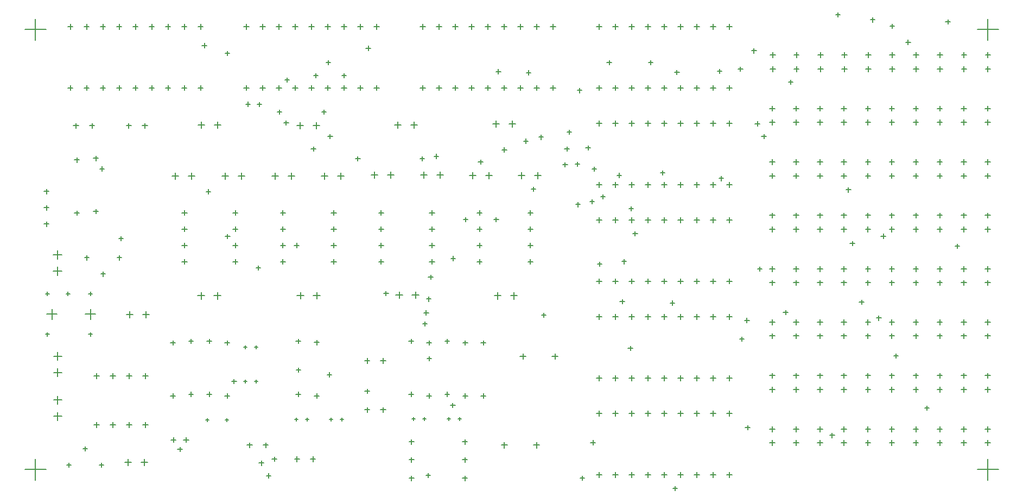
<source format=gbr>
%FSTAX23Y23*%
%MOIN*%
%SFA1B1*%

%IPPOS*%
%ADD45C,0.005000*%
%LNmb_spectrumanalyzer_drillmap_1-1*%
%LPD*%
G54D45*
X05836Y01952D02*
X05868D01*
X05852Y01936D02*
Y01968D01*
X05836Y02037D02*
X05868D01*
X05852Y02021D02*
Y02053D01*
X05983Y01952D02*
X06015D01*
X05999Y01936D02*
Y01968D01*
X05983Y02037D02*
X06015D01*
X05999Y02021D02*
Y02053D01*
X05542Y0228D02*
X05574D01*
X05558Y02264D02*
Y02296D01*
X05542Y02365D02*
X05574D01*
X05558Y02349D02*
Y02381D01*
X05395Y0228D02*
X05427D01*
X05411Y02264D02*
Y02296D01*
X05395Y02365D02*
X05427D01*
X05411Y02349D02*
Y02381D01*
X05689Y0228D02*
X05721D01*
X05705Y02264D02*
Y02296D01*
X05689Y02365D02*
X05721D01*
X05705Y02349D02*
Y02381D01*
X05248Y01952D02*
X0528D01*
X05264Y01936D02*
Y01968D01*
X05248Y02037D02*
X0528D01*
X05264Y02021D02*
Y02053D01*
X05983Y0228D02*
X06015D01*
X05999Y02264D02*
Y02296D01*
X05983Y02365D02*
X06015D01*
X05999Y02349D02*
Y02381D01*
X05836Y0228D02*
X05868D01*
X05852Y02264D02*
Y02296D01*
X05836Y02365D02*
X05868D01*
X05852Y02349D02*
Y02381D01*
X05542Y01952D02*
X05574D01*
X05558Y01936D02*
Y01968D01*
X05542Y02037D02*
X05574D01*
X05558Y02021D02*
Y02053D01*
X05395Y01952D02*
X05427D01*
X05411Y01936D02*
Y01968D01*
X05395Y02037D02*
X05427D01*
X05411Y02021D02*
Y02053D01*
X05689Y01952D02*
X05721D01*
X05705Y01936D02*
Y01968D01*
X05689Y02037D02*
X05721D01*
X05705Y02021D02*
Y02053D01*
X05248Y0228D02*
X0528D01*
X05264Y02264D02*
Y02296D01*
X05248Y02365D02*
X0528D01*
X05264Y02349D02*
Y02381D01*
X05542Y01296D02*
X05574D01*
X05558Y0128D02*
Y01312D01*
X05542Y01381D02*
X05574D01*
X05558Y01365D02*
Y01397D01*
X05689Y01296D02*
X05721D01*
X05705Y0128D02*
Y01312D01*
X05689Y01381D02*
X05721D01*
X05705Y01365D02*
Y01397D01*
X05836Y01296D02*
X05868D01*
X05852Y0128D02*
Y01312D01*
X05836Y01381D02*
X05868D01*
X05852Y01365D02*
Y01397D01*
X05983Y01296D02*
X06015D01*
X05999Y0128D02*
Y01312D01*
X05983Y01381D02*
X06015D01*
X05999Y01365D02*
Y01397D01*
X05395Y01296D02*
X05427D01*
X05411Y0128D02*
Y01312D01*
X05395Y01381D02*
X05427D01*
X05411Y01365D02*
Y01397D01*
X05836Y01624D02*
X05868D01*
X05852Y01608D02*
Y0164D01*
X05836Y01709D02*
X05868D01*
X05852Y01693D02*
Y01725D01*
X05983Y01624D02*
X06015D01*
X05999Y01608D02*
Y0164D01*
X05983Y01709D02*
X06015D01*
X05999Y01693D02*
Y01725D01*
X05248Y01624D02*
X0528D01*
X05264Y01608D02*
Y0164D01*
X05248Y01709D02*
X0528D01*
X05264Y01693D02*
Y01725D01*
X05395Y01624D02*
X05427D01*
X05411Y01608D02*
Y0164D01*
X05395Y01709D02*
X05427D01*
X05411Y01693D02*
Y01725D01*
X05689Y01624D02*
X05721D01*
X05705Y01608D02*
Y0164D01*
X05689Y01709D02*
X05721D01*
X05705Y01693D02*
Y01725D01*
X05542Y01624D02*
X05574D01*
X05558Y01608D02*
Y0164D01*
X05542Y01709D02*
X05574D01*
X05558Y01693D02*
Y01725D01*
X05395Y00313D02*
X05427D01*
X05411Y00297D02*
Y00329D01*
X05395Y00398D02*
X05427D01*
X05411Y00382D02*
Y00414D01*
X04663Y02693D02*
X04695D01*
X04679Y02677D02*
Y02709D01*
X04663Y02608D02*
X04695D01*
X04679Y02592D02*
Y02624D01*
X05397Y02693D02*
X05429D01*
X05413Y02677D02*
Y02709D01*
X05397Y02608D02*
X05429D01*
X05413Y02592D02*
Y02624D01*
X05248Y01296D02*
X0528D01*
X05264Y0128D02*
Y01312D01*
X05248Y01381D02*
X0528D01*
X05264Y01365D02*
Y01397D01*
X0525Y02693D02*
X05282D01*
X05266Y02677D02*
Y02709D01*
X0525Y02608D02*
X05282D01*
X05266Y02592D02*
Y02624D01*
X04956Y02693D02*
X04988D01*
X04972Y02677D02*
Y02709D01*
X04956Y02608D02*
X04988D01*
X04972Y02592D02*
Y02624D01*
X05103Y02693D02*
X05135D01*
X05119Y02677D02*
Y02709D01*
X05103Y02608D02*
X05135D01*
X05119Y02592D02*
Y02624D01*
X05248Y00641D02*
X0528D01*
X05264Y00625D02*
Y00657D01*
X05248Y00726D02*
X0528D01*
X05264Y0071D02*
Y00742D01*
X04807Y0228D02*
X04839D01*
X04823Y02264D02*
Y02296D01*
X04807Y02365D02*
X04839D01*
X04823Y02349D02*
Y02381D01*
X04954Y0228D02*
X04986D01*
X0497Y02264D02*
Y02296D01*
X04954Y02365D02*
X04986D01*
X0497Y02349D02*
Y02381D01*
X05101Y0228D02*
X05133D01*
X05117Y02264D02*
Y02296D01*
X05101Y02365D02*
X05133D01*
X05117Y02349D02*
Y02381D01*
X04809Y02693D02*
X04841D01*
X04825Y02677D02*
Y02709D01*
X04809Y02608D02*
X04841D01*
X04825Y02592D02*
Y02624D01*
X05838Y02693D02*
X0587D01*
X05854Y02677D02*
Y02709D01*
X05838Y02608D02*
X0587D01*
X05854Y02592D02*
Y02624D01*
X05691Y02693D02*
X05723D01*
X05707Y02677D02*
Y02709D01*
X05691Y02608D02*
X05723D01*
X05707Y02592D02*
Y02624D01*
X05544Y02693D02*
X05576D01*
X0556Y02677D02*
Y02709D01*
X05544Y02608D02*
X05576D01*
X0556Y02592D02*
Y02624D01*
X05985Y02693D02*
X06017D01*
X06001Y02677D02*
Y02709D01*
X05985Y02608D02*
X06017D01*
X06001Y02592D02*
Y02624D01*
X05248Y00313D02*
X0528D01*
X05264Y00297D02*
Y00329D01*
X05248Y00398D02*
X0528D01*
X05264Y00382D02*
Y00414D01*
X05836Y00313D02*
X05868D01*
X05852Y00297D02*
Y00329D01*
X05836Y00398D02*
X05868D01*
X05852Y00382D02*
Y00414D01*
X05689Y00313D02*
X05721D01*
X05705Y00297D02*
Y00329D01*
X05689Y00398D02*
X05721D01*
X05705Y00382D02*
Y00414D01*
X05542Y00313D02*
X05574D01*
X05558Y00297D02*
Y00329D01*
X05542Y00398D02*
X05574D01*
X05558Y00382D02*
Y00414D01*
X05248Y00969D02*
X0528D01*
X05264Y00953D02*
Y00985D01*
X05248Y01054D02*
X0528D01*
X05264Y01038D02*
Y0107D01*
X05542Y00969D02*
X05574D01*
X05558Y00953D02*
Y00985D01*
X05542Y01054D02*
X05574D01*
X05558Y01038D02*
Y0107D01*
X05689Y00969D02*
X05721D01*
X05705Y00953D02*
Y00985D01*
X05689Y01054D02*
X05721D01*
X05705Y01038D02*
Y0107D01*
X05395Y00969D02*
X05427D01*
X05411Y00953D02*
Y00985D01*
X05395Y01054D02*
X05427D01*
X05411Y01038D02*
Y0107D01*
X05983Y00398D02*
X06015D01*
X05999Y00382D02*
Y00414D01*
X05983Y00313D02*
X06015D01*
X05999Y00297D02*
Y00329D01*
X05836Y00641D02*
X05868D01*
X05852Y00625D02*
Y00657D01*
X05836Y00726D02*
X05868D01*
X05852Y0071D02*
Y00742D01*
X05983Y00641D02*
X06015D01*
X05999Y00625D02*
Y00657D01*
X05983Y00726D02*
X06015D01*
X05999Y0071D02*
Y00742D01*
X05395Y00641D02*
X05427D01*
X05411Y00625D02*
Y00657D01*
X05395Y00726D02*
X05427D01*
X05411Y0071D02*
Y00742D01*
X05689Y00641D02*
X05721D01*
X05705Y00625D02*
Y00657D01*
X05689Y00726D02*
X05721D01*
X05705Y0071D02*
Y00742D01*
X05542Y00641D02*
X05574D01*
X05558Y00625D02*
Y00657D01*
X05542Y00726D02*
X05574D01*
X05558Y0071D02*
Y00742D01*
X05836Y00969D02*
X05868D01*
X05852Y00953D02*
Y00985D01*
X05836Y01054D02*
X05868D01*
X05852Y01038D02*
Y0107D01*
X04661Y0228D02*
X04693D01*
X04677Y02264D02*
Y02296D01*
X04661Y02365D02*
X04693D01*
X04677Y02349D02*
Y02381D01*
X05983Y00969D02*
X06015D01*
X05999Y00953D02*
Y00985D01*
X05983Y01054D02*
X06015D01*
X05999Y01038D02*
Y0107D01*
X04661Y00313D02*
X04693D01*
X04677Y00297D02*
Y00329D01*
X04661Y00398D02*
X04693D01*
X04677Y00382D02*
Y00414D01*
X04807Y00641D02*
X04839D01*
X04823Y00625D02*
Y00657D01*
X04807Y00726D02*
X04839D01*
X04823Y0071D02*
Y00742D01*
X04661Y00641D02*
X04693D01*
X04677Y00625D02*
Y00657D01*
X04661Y00726D02*
X04693D01*
X04677Y0071D02*
Y00742D01*
X04807Y00313D02*
X04839D01*
X04823Y00297D02*
Y00329D01*
X04807Y00398D02*
X04839D01*
X04823Y00382D02*
Y00414D01*
X04661Y00969D02*
X04693D01*
X04677Y00953D02*
Y00985D01*
X04661Y01054D02*
X04693D01*
X04677Y01038D02*
Y0107D01*
X05101Y00969D02*
X05133D01*
X05117Y00953D02*
Y00985D01*
X05101Y01054D02*
X05133D01*
X05117Y01038D02*
Y0107D01*
X04661Y01296D02*
X04693D01*
X04677Y0128D02*
Y01312D01*
X04661Y01381D02*
X04693D01*
X04677Y01365D02*
Y01397D01*
X04954Y01296D02*
X04986D01*
X0497Y0128D02*
Y01312D01*
X04954Y01381D02*
X04986D01*
X0497Y01365D02*
Y01397D01*
X05101Y01296D02*
X05133D01*
X05117Y0128D02*
Y01312D01*
X05101Y01381D02*
X05133D01*
X05117Y01365D02*
Y01397D01*
X04954Y00969D02*
X04986D01*
X0497Y00953D02*
Y00985D01*
X04954Y01054D02*
X04986D01*
X0497Y01038D02*
Y0107D01*
X04807Y01296D02*
X04839D01*
X04823Y0128D02*
Y01312D01*
X04807Y01381D02*
X04839D01*
X04823Y01365D02*
Y01397D01*
X04807Y00969D02*
X04839D01*
X04823Y00953D02*
Y00985D01*
X04807Y01054D02*
X04839D01*
X04823Y01038D02*
Y0107D01*
X04661Y01624D02*
X04693D01*
X04677Y01608D02*
Y0164D01*
X04661Y01709D02*
X04693D01*
X04677Y01693D02*
Y01725D01*
X04807Y01952D02*
X04839D01*
X04823Y01936D02*
Y01968D01*
X04807Y02037D02*
X04839D01*
X04823Y02021D02*
Y02053D01*
X04807Y01624D02*
X04839D01*
X04823Y01608D02*
Y0164D01*
X04807Y01709D02*
X04839D01*
X04823Y01693D02*
Y01725D01*
X04661Y01952D02*
X04693D01*
X04677Y01936D02*
Y01968D01*
X04661Y02037D02*
X04693D01*
X04677Y02021D02*
Y02053D01*
X04954Y00313D02*
X04986D01*
X0497Y00297D02*
Y00329D01*
X04954Y00398D02*
X04986D01*
X0497Y00382D02*
Y00414D01*
X04954Y00641D02*
X04986D01*
X0497Y00625D02*
Y00657D01*
X04954Y00726D02*
X04986D01*
X0497Y0071D02*
Y00742D01*
X05101Y00641D02*
X05133D01*
X05117Y00625D02*
Y00657D01*
X05101Y00726D02*
X05133D01*
X05117Y0071D02*
Y00742D01*
X05101Y00313D02*
X05133D01*
X05117Y00297D02*
Y00329D01*
X05101Y00398D02*
X05133D01*
X05117Y00382D02*
Y00414D01*
X05101Y01624D02*
X05133D01*
X05117Y01608D02*
Y0164D01*
X05101Y01709D02*
X05133D01*
X05117Y01693D02*
Y01725D01*
X04954Y01952D02*
X04986D01*
X0497Y01936D02*
Y01968D01*
X04954Y02037D02*
X04986D01*
X0497Y02021D02*
Y02053D01*
X04954Y01624D02*
X04986D01*
X0497Y01608D02*
Y0164D01*
X04954Y01709D02*
X04986D01*
X0497Y01693D02*
Y01725D01*
X05101Y01952D02*
X05133D01*
X05117Y01936D02*
Y01968D01*
X05101Y02037D02*
X05133D01*
X05117Y02021D02*
Y02053D01*
X00085Y0015D02*
X00215D01*
X0015Y00085D02*
Y00215D01*
X00085Y0285D02*
X00215D01*
X0015Y02785D02*
Y02915D01*
X05935Y0015D02*
X06065D01*
X06Y00085D02*
Y00215D01*
X05935Y0285D02*
X06065D01*
X06Y02785D02*
Y02915D01*
X01092Y00938D02*
X01121D01*
X01107Y00923D02*
Y00952D01*
X01092Y00611D02*
X01121D01*
X01107Y00597D02*
Y00626D01*
X02447Y00097D02*
X02476D01*
X02461Y00082D02*
Y00111D01*
X02773Y00097D02*
X02802D01*
X02788Y00082D02*
Y00111D01*
X02447Y00209D02*
X02476D01*
X02461Y00194D02*
Y00223D01*
X02773Y00209D02*
X02802D01*
X02788Y00194D02*
Y00223D01*
X02447Y0032D02*
X02476D01*
X02461Y00305D02*
Y00334D01*
X02773Y0032D02*
X02802D01*
X02788Y00305D02*
Y00334D01*
X03061Y02269D02*
X03101D01*
X03081Y02249D02*
Y02289D01*
X02961Y02269D02*
X03001D01*
X02981Y02249D02*
Y02289D01*
X03216Y01955D02*
X03256D01*
X03236Y01935D02*
Y01975D01*
X03116Y01955D02*
X03156D01*
X03136Y01935D02*
Y01975D01*
X02915Y01955D02*
X02955D01*
X02935Y01935D02*
Y01975D01*
X02815Y01955D02*
X02855D01*
X02835Y01935D02*
Y01975D01*
X01856Y0226D02*
X01896D01*
X01876Y0224D02*
Y0228D01*
X01756Y0226D02*
X01796D01*
X01776Y0224D02*
Y0228D01*
X01702Y01949D02*
X01742D01*
X01722Y01929D02*
Y01969D01*
X01602Y01949D02*
X01642D01*
X01622Y01929D02*
Y01969D01*
X02312Y01956D02*
X02352D01*
X02332Y01936D02*
Y01976D01*
X02212Y01956D02*
X02252D01*
X02232Y01936D02*
Y01976D01*
X01907Y01949D02*
X01947D01*
X01927Y01929D02*
Y01969D01*
X02007Y01949D02*
X02047D01*
X02027Y01929D02*
Y01969D01*
X01296Y0195D02*
X01336D01*
X01316Y0193D02*
Y0197D01*
X01396Y0195D02*
X01436D01*
X01416Y0193D02*
Y0197D01*
X0099Y0195D02*
X0103D01*
X0101Y0193D02*
Y0197D01*
X0109Y0195D02*
X0113D01*
X0111Y0193D02*
Y0197D01*
X01151Y02264D02*
X01191D01*
X01171Y02244D02*
Y02284D01*
X01251Y02264D02*
X01291D01*
X01271Y02244D02*
Y02284D01*
X02457Y02265D02*
X02497D01*
X02477Y02245D02*
Y02285D01*
X02357Y02265D02*
X02397D01*
X02377Y02245D02*
Y02285D01*
X02616Y01956D02*
X02656D01*
X02636Y01936D02*
Y01976D01*
X02516Y01956D02*
X02556D01*
X02536Y01936D02*
Y01976D01*
X00709Y02259D02*
X0074D01*
X00724Y02243D02*
Y02274D01*
X00807Y02259D02*
X00838D01*
X00823Y02243D02*
Y02274D01*
X02681Y0046D02*
X02701D01*
X02691Y0045D02*
Y0047D01*
X02747Y0046D02*
X02767D01*
X02757Y0045D02*
Y0047D01*
X03127Y00845D02*
X03163D01*
X03145Y00827D02*
Y00862D01*
X03324Y00845D02*
X0336D01*
X03342Y00827D02*
Y00862D01*
X03013Y003D02*
X03049D01*
X03031Y00282D02*
Y00317D01*
X0321Y003D02*
X03246D01*
X03228Y00282D02*
Y00317D01*
X02528Y0046D02*
X02548D01*
X02538Y0045D02*
Y0047D01*
X02462Y0046D02*
X02482D01*
X02472Y0045D02*
Y0047D01*
X0297Y01216D02*
X03011D01*
X02991Y01195D02*
Y01236D01*
X0307Y01216D02*
X03111D01*
X03091Y01195D02*
Y01236D01*
X02271Y00517D02*
X02302D01*
X02287Y00501D02*
Y00532D01*
X02173Y00517D02*
X02204D01*
X02188Y00501D02*
Y00532D01*
X0181Y00456D02*
X0183D01*
X0182Y00446D02*
Y00466D01*
X01744Y00456D02*
X01764D01*
X01754Y00446D02*
Y00466D01*
X02023Y00456D02*
X02043D01*
X02033Y00446D02*
Y00466D01*
X01957Y00456D02*
X01977D01*
X01967Y00446D02*
Y00466D01*
X02173Y00818D02*
X02204D01*
X02188Y00802D02*
Y00833D01*
X02271Y00818D02*
X02302D01*
X02287Y00802D02*
Y00833D01*
X02464Y0122D02*
X02505D01*
X02485Y01199D02*
Y0124D01*
X02364Y0122D02*
X02405D01*
X02385Y01199D02*
Y0124D01*
X01549Y003D02*
X0158D01*
X01565Y00284D02*
Y00315D01*
X01451Y003D02*
X01482D01*
X01466Y00284D02*
Y00315D01*
X0184Y00214D02*
X01871D01*
X01856Y00198D02*
Y00229D01*
X01742Y00214D02*
X01773D01*
X01757Y00198D02*
Y00229D01*
X01863Y00602D02*
X01892D01*
X01878Y00588D02*
Y00617D01*
X01863Y00929D02*
X01892D01*
X01878Y00914D02*
Y00943D01*
X01751Y00938D02*
X0178D01*
X01766Y00923D02*
Y00952D01*
X01751Y00611D02*
X0178D01*
X01766Y00597D02*
Y00626D01*
X01314Y00601D02*
X01343D01*
X01329Y00587D02*
Y00616D01*
X01314Y00928D02*
X01343D01*
X01329Y00913D02*
Y00942D01*
X01203Y00938D02*
X01232D01*
X01218Y00923D02*
Y00952D01*
X01203Y00611D02*
X01232D01*
X01218Y00597D02*
Y00626D01*
X00981Y00601D02*
X0101D01*
X00996Y00587D02*
Y00616D01*
X00981Y00928D02*
X0101D01*
X00996Y00913D02*
Y00942D01*
X01496Y00691D02*
X01516D01*
X01506Y00681D02*
Y00701D01*
X0143Y00691D02*
X0145D01*
X0144Y00681D02*
Y00701D01*
X0143Y00901D02*
X0145D01*
X0144Y00891D02*
Y00911D01*
X01496Y00901D02*
X01516D01*
X01506Y00891D02*
Y00911D01*
X01857Y01218D02*
X01898D01*
X01878Y01197D02*
Y01238D01*
X01757Y01218D02*
X01798D01*
X01778Y01197D02*
Y01238D01*
X00507Y0206D02*
X00536D01*
X00522Y02045D02*
Y02074D01*
X00507Y01733D02*
X00536D01*
X00522Y01719D02*
Y01748D01*
X00391Y01723D02*
X0042D01*
X00406Y01709D02*
Y01738D01*
X00391Y0205D02*
X0042D01*
X00406Y02035D02*
Y02064D01*
X00482Y02259D02*
X00513D01*
X00498Y02243D02*
Y02274D01*
X00384Y02259D02*
X00415D01*
X00399Y02243D02*
Y02274D01*
X01247Y01216D02*
X01288D01*
X01268Y01195D02*
Y01236D01*
X01147Y01216D02*
X01188D01*
X01168Y01195D02*
Y01236D01*
X01315Y00454D02*
X01335D01*
X01325Y00444D02*
Y00464D01*
X01195Y00454D02*
X01215D01*
X01205Y00444D02*
Y00464D01*
X007Y00195D02*
X00741D01*
X00721Y00174D02*
Y00215D01*
X008Y00195D02*
X00841D01*
X00821Y00174D02*
Y00215D01*
X00708Y011D02*
X00749D01*
X00729Y01079D02*
Y0112D01*
X00808Y011D02*
X00849D01*
X00829Y01079D02*
Y0112D01*
X00982Y00332D02*
X01014D01*
X00998Y00316D02*
Y00347D01*
X01061Y00332D02*
X01093D01*
X01077Y00316D02*
Y00347D01*
X02863Y01725D02*
X02894D01*
X02878Y01709D02*
Y0174D01*
X02863Y01625D02*
X02894D01*
X02878Y01609D02*
Y0164D01*
X02863Y01525D02*
X02894D01*
X02878Y01509D02*
Y0154D01*
X02863Y01425D02*
X02894D01*
X02878Y01409D02*
Y0144D01*
X03175Y01425D02*
X03206D01*
X03191Y01409D02*
Y0144D01*
X03175Y01525D02*
X03206D01*
X03191Y01509D02*
Y0154D01*
X03175Y01625D02*
X03206D01*
X03191Y01609D02*
Y0164D01*
X03175Y01725D02*
X03206D01*
X03191Y01709D02*
Y0174D01*
X03595Y02273D02*
X03628D01*
X03612Y02257D02*
Y0229D01*
X03695Y02273D02*
X03728D01*
X03712Y02257D02*
Y0229D01*
X03795Y02273D02*
X03828D01*
X03812Y02257D02*
Y0229D01*
X03895Y02273D02*
X03928D01*
X03912Y02257D02*
Y0229D01*
X03995Y02273D02*
X04028D01*
X04012Y02257D02*
Y0229D01*
X04095Y02273D02*
X04128D01*
X04112Y02257D02*
Y0229D01*
X04195Y02273D02*
X04228D01*
X04212Y02257D02*
Y0229D01*
X04295Y02273D02*
X04328D01*
X04312Y02257D02*
Y0229D01*
X04395Y02273D02*
X04428D01*
X04412Y02257D02*
Y0229D01*
X04395Y01898D02*
X04428D01*
X04412Y01882D02*
Y01915D01*
X04295Y01898D02*
X04328D01*
X04312Y01882D02*
Y01915D01*
X04195Y01898D02*
X04228D01*
X04212Y01882D02*
Y01915D01*
X04095Y01898D02*
X04128D01*
X04112Y01882D02*
Y01915D01*
X03995Y01898D02*
X04028D01*
X04012Y01882D02*
Y01915D01*
X03895Y01898D02*
X03928D01*
X03912Y01882D02*
Y01915D01*
X03795Y01898D02*
X03828D01*
X03812Y01882D02*
Y01915D01*
X03695Y01898D02*
X03728D01*
X03712Y01882D02*
Y01915D01*
X03595Y01898D02*
X03628D01*
X03612Y01882D02*
Y01915D01*
X03595Y0168D02*
X03628D01*
X03612Y01664D02*
Y01696D01*
X03695Y0168D02*
X03728D01*
X03712Y01664D02*
Y01696D01*
X03795Y0168D02*
X03828D01*
X03812Y01664D02*
Y01696D01*
X03895Y0168D02*
X03928D01*
X03912Y01664D02*
Y01696D01*
X03995Y0168D02*
X04028D01*
X04012Y01664D02*
Y01696D01*
X04095Y0168D02*
X04128D01*
X04112Y01664D02*
Y01696D01*
X04195Y0168D02*
X04228D01*
X04212Y01664D02*
Y01696D01*
X04295Y0168D02*
X04328D01*
X04312Y01664D02*
Y01696D01*
X04395Y0168D02*
X04428D01*
X04412Y01664D02*
Y01696D01*
X04395Y01305D02*
X04428D01*
X04412Y01289D02*
Y01321D01*
X04295Y01305D02*
X04328D01*
X04312Y01289D02*
Y01321D01*
X04195Y01305D02*
X04228D01*
X04212Y01289D02*
Y01321D01*
X04095Y01305D02*
X04128D01*
X04112Y01289D02*
Y01321D01*
X03995Y01305D02*
X04028D01*
X04012Y01289D02*
Y01321D01*
X03895Y01305D02*
X03928D01*
X03912Y01289D02*
Y01321D01*
X03795Y01305D02*
X03828D01*
X03812Y01289D02*
Y01321D01*
X03695Y01305D02*
X03728D01*
X03712Y01289D02*
Y01321D01*
X03595Y01305D02*
X03628D01*
X03612Y01289D02*
Y01321D01*
X03595Y02867D02*
X03628D01*
X03612Y02851D02*
Y02883D01*
X03695Y02867D02*
X03728D01*
X03712Y02851D02*
Y02883D01*
X03795Y02867D02*
X03828D01*
X03812Y02851D02*
Y02883D01*
X03895Y02867D02*
X03928D01*
X03912Y02851D02*
Y02883D01*
X03995Y02867D02*
X04028D01*
X04012Y02851D02*
Y02883D01*
X04095Y02867D02*
X04128D01*
X04112Y02851D02*
Y02883D01*
X04195Y02867D02*
X04228D01*
X04212Y02851D02*
Y02883D01*
X04295Y02867D02*
X04328D01*
X04312Y02851D02*
Y02883D01*
X04395Y02867D02*
X04428D01*
X04412Y02851D02*
Y02883D01*
X04395Y02492D02*
X04428D01*
X04412Y02476D02*
Y02508D01*
X04295Y02492D02*
X04328D01*
X04312Y02476D02*
Y02508D01*
X04195Y02492D02*
X04228D01*
X04212Y02476D02*
Y02508D01*
X04095Y02492D02*
X04128D01*
X04112Y02476D02*
Y02508D01*
X03995Y02492D02*
X04028D01*
X04012Y02476D02*
Y02508D01*
X03895Y02492D02*
X03928D01*
X03912Y02476D02*
Y02508D01*
X03795Y02492D02*
X03828D01*
X03812Y02476D02*
Y02508D01*
X03695Y02492D02*
X03728D01*
X03712Y02476D02*
Y02508D01*
X03595Y02492D02*
X03628D01*
X03612Y02476D02*
Y02508D01*
X02513Y02867D02*
X02546D01*
X02529Y02851D02*
Y02883D01*
X02613Y02867D02*
X02646D01*
X02629Y02851D02*
Y02883D01*
X02713Y02867D02*
X02746D01*
X02729Y02851D02*
Y02883D01*
X02813Y02867D02*
X02846D01*
X02829Y02851D02*
Y02883D01*
X02913Y02867D02*
X02946D01*
X02929Y02851D02*
Y02883D01*
X03013Y02867D02*
X03046D01*
X03029Y02851D02*
Y02883D01*
X03113Y02867D02*
X03146D01*
X03129Y02851D02*
Y02883D01*
X03213Y02867D02*
X03246D01*
X03229Y02851D02*
Y02883D01*
X03313Y02867D02*
X03346D01*
X03329Y02851D02*
Y02883D01*
X03313Y02492D02*
X03346D01*
X03329Y02476D02*
Y02508D01*
X03213Y02492D02*
X03246D01*
X03229Y02476D02*
Y02508D01*
X03113Y02492D02*
X03146D01*
X03129Y02476D02*
Y02508D01*
X03013Y02492D02*
X03046D01*
X03029Y02476D02*
Y02508D01*
X02913Y02492D02*
X02946D01*
X02929Y02476D02*
Y02508D01*
X02813Y02492D02*
X02846D01*
X02829Y02476D02*
Y02508D01*
X02713Y02492D02*
X02746D01*
X02729Y02476D02*
Y02508D01*
X02613Y02492D02*
X02646D01*
X02629Y02476D02*
Y02508D01*
X02513Y02492D02*
X02546D01*
X02529Y02476D02*
Y02508D01*
X00348Y02867D02*
X00381D01*
X00365Y02851D02*
Y02883D01*
X00448Y02867D02*
X00481D01*
X00465Y02851D02*
Y02883D01*
X00548Y02867D02*
X00581D01*
X00565Y02851D02*
Y02883D01*
X00648Y02867D02*
X00681D01*
X00665Y02851D02*
Y02883D01*
X00748Y02867D02*
X00781D01*
X00765Y02851D02*
Y02883D01*
X00848Y02867D02*
X00881D01*
X00865Y02851D02*
Y02883D01*
X00948Y02867D02*
X00981D01*
X00965Y02851D02*
Y02883D01*
X01048Y02867D02*
X01081D01*
X01065Y02851D02*
Y02883D01*
X01148Y02867D02*
X01181D01*
X01165Y02851D02*
Y02883D01*
X01148Y02492D02*
X01181D01*
X01165Y02476D02*
Y02508D01*
X01048Y02492D02*
X01081D01*
X01065Y02476D02*
Y02508D01*
X00948Y02492D02*
X00981D01*
X00965Y02476D02*
Y02508D01*
X00848Y02492D02*
X00881D01*
X00865Y02476D02*
Y02508D01*
X00748Y02492D02*
X00781D01*
X00765Y02476D02*
Y02508D01*
X00648Y02492D02*
X00681D01*
X00665Y02476D02*
Y02508D01*
X00548Y02492D02*
X00581D01*
X00565Y02476D02*
Y02508D01*
X00448Y02492D02*
X00481D01*
X00465Y02476D02*
Y02508D01*
X00348Y02492D02*
X00381D01*
X00365Y02476D02*
Y02508D01*
X03595Y00712D02*
X03628D01*
X03612Y00695D02*
Y00728D01*
X03695Y00712D02*
X03728D01*
X03712Y00695D02*
Y00728D01*
X03795Y00712D02*
X03828D01*
X03812Y00695D02*
Y00728D01*
X03895Y00712D02*
X03928D01*
X03912Y00695D02*
Y00728D01*
X03995Y00712D02*
X04028D01*
X04012Y00695D02*
Y00728D01*
X04095Y00712D02*
X04128D01*
X04112Y00695D02*
Y00728D01*
X04195Y00712D02*
X04228D01*
X04212Y00695D02*
Y00728D01*
X04295Y00712D02*
X04328D01*
X04312Y00695D02*
Y00728D01*
X04395Y00712D02*
X04428D01*
X04412Y00695D02*
Y00728D01*
X04395Y01087D02*
X04428D01*
X04412Y0107D02*
Y01103D01*
X04295Y01087D02*
X04328D01*
X04312Y0107D02*
Y01103D01*
X04195Y01087D02*
X04228D01*
X04212Y0107D02*
Y01103D01*
X04095Y01087D02*
X04128D01*
X04112Y0107D02*
Y01103D01*
X03995Y01087D02*
X04028D01*
X04012Y0107D02*
Y01103D01*
X03895Y01087D02*
X03928D01*
X03912Y0107D02*
Y01103D01*
X03795Y01087D02*
X03828D01*
X03812Y0107D02*
Y01103D01*
X03695Y01087D02*
X03728D01*
X03712Y0107D02*
Y01103D01*
X03595Y01087D02*
X03628D01*
X03612Y0107D02*
Y01103D01*
X0143Y02867D02*
X01463D01*
X01447Y02851D02*
Y02883D01*
X0153Y02867D02*
X01563D01*
X01547Y02851D02*
Y02883D01*
X0163Y02867D02*
X01663D01*
X01647Y02851D02*
Y02883D01*
X0173Y02867D02*
X01763D01*
X01747Y02851D02*
Y02883D01*
X0183Y02867D02*
X01863D01*
X01847Y02851D02*
Y02883D01*
X0193Y02867D02*
X01963D01*
X01947Y02851D02*
Y02883D01*
X0203Y02867D02*
X02063D01*
X02047Y02851D02*
Y02883D01*
X0213Y02867D02*
X02163D01*
X02147Y02851D02*
Y02883D01*
X0223Y02867D02*
X02263D01*
X02247Y02851D02*
Y02883D01*
X0223Y02492D02*
X02263D01*
X02247Y02476D02*
Y02508D01*
X0213Y02492D02*
X02163D01*
X02147Y02476D02*
Y02508D01*
X0203Y02492D02*
X02063D01*
X02047Y02476D02*
Y02508D01*
X0193Y02492D02*
X01963D01*
X01947Y02476D02*
Y02508D01*
X0183Y02492D02*
X01863D01*
X01847Y02476D02*
Y02508D01*
X0173Y02492D02*
X01763D01*
X01747Y02476D02*
Y02508D01*
X0163Y02492D02*
X01663D01*
X01647Y02476D02*
Y02508D01*
X0153Y02492D02*
X01563D01*
X01547Y02476D02*
Y02508D01*
X0143Y02492D02*
X01463D01*
X01447Y02476D02*
Y02508D01*
X03595Y00493D02*
X03628D01*
X03612Y00477D02*
Y00509D01*
X03695Y00493D02*
X03728D01*
X03712Y00477D02*
Y00509D01*
X03795Y00493D02*
X03828D01*
X03812Y00477D02*
Y00509D01*
X03895Y00493D02*
X03928D01*
X03912Y00477D02*
Y00509D01*
X03995Y00493D02*
X04028D01*
X04012Y00477D02*
Y00509D01*
X04095Y00493D02*
X04128D01*
X04112Y00477D02*
Y00509D01*
X04195Y00493D02*
X04228D01*
X04212Y00477D02*
Y00509D01*
X04295Y00493D02*
X04328D01*
X04312Y00477D02*
Y00509D01*
X04395Y00493D02*
X04428D01*
X04412Y00477D02*
Y00509D01*
X04395Y00118D02*
X04428D01*
X04412Y00102D02*
Y00134D01*
X04295Y00118D02*
X04328D01*
X04312Y00102D02*
Y00134D01*
X04195Y00118D02*
X04228D01*
X04212Y00102D02*
Y00134D01*
X04095Y00118D02*
X04128D01*
X04112Y00102D02*
Y00134D01*
X03995Y00118D02*
X04028D01*
X04012Y00102D02*
Y00134D01*
X03895Y00118D02*
X03928D01*
X03912Y00102D02*
Y00134D01*
X03795Y00118D02*
X03828D01*
X03812Y00102D02*
Y00134D01*
X03695Y00118D02*
X03728D01*
X03712Y00102D02*
Y00134D01*
X03595Y00118D02*
X03628D01*
X03612Y00102D02*
Y00134D01*
X00203Y01657D02*
X00234D01*
X00219Y01641D02*
Y01672D01*
X00203Y01857D02*
X00234D01*
X00219Y01841D02*
Y01872D01*
X00203Y01757D02*
X00234D01*
X00219Y01741D02*
Y01772D01*
X00261Y01468D02*
X00312D01*
X00287Y01442D02*
Y01493D01*
X00261Y01368D02*
X00312D01*
X00287Y01342D02*
Y01393D01*
X00342Y00178D02*
X00371D01*
X00357Y00163D02*
Y00192D01*
X00442Y00278D02*
X00471D01*
X00457Y00263D02*
Y00292D01*
X00542Y00178D02*
X00571D01*
X00557Y00163D02*
Y00192D01*
X00262Y00477D02*
X00313D01*
X00287Y00451D02*
Y00502D01*
X00262Y00577D02*
X00313D01*
X00287Y00551D02*
Y00602D01*
X00262Y00745D02*
X00313D01*
X00287Y0072D02*
Y00771D01*
X00262Y00845D02*
X00313D01*
X00287Y0082D02*
Y00871D01*
X0051Y00424D02*
X00542D01*
X00526Y00408D02*
Y0044D01*
X0061Y00424D02*
X00642D01*
X00626Y00408D02*
Y0044D01*
X0051Y00724D02*
X00542D01*
X00526Y00708D02*
Y0074D01*
X0061Y00724D02*
X00642D01*
X00626Y00708D02*
Y0074D01*
X0081Y00424D02*
X00842D01*
X00826Y00408D02*
Y0044D01*
X0071Y00424D02*
X00742D01*
X00726Y00408D02*
Y0044D01*
X0071Y00724D02*
X00742D01*
X00726Y00708D02*
Y0074D01*
X0081Y00724D02*
X00842D01*
X00826Y00708D02*
Y0074D01*
X02443Y00611D02*
X02472D01*
X02458Y00597D02*
Y00626D01*
X02443Y00938D02*
X02472D01*
X02458Y00923D02*
Y00952D01*
X02554Y00928D02*
X02583D01*
X02569Y00913D02*
Y00942D01*
X02554Y00601D02*
X02583D01*
X02569Y00587D02*
Y00616D01*
X02887Y00928D02*
X02916D01*
X02902Y00913D02*
Y00942D01*
X02887Y00601D02*
X02916D01*
X02902Y00587D02*
Y00616D01*
X02665Y00611D02*
X02694D01*
X0268Y00597D02*
Y00626D01*
X02665Y00938D02*
X02694D01*
X0268Y00923D02*
Y00952D01*
X02776Y00928D02*
X02805D01*
X02791Y00913D02*
Y00942D01*
X02776Y00601D02*
X02805D01*
X02791Y00587D02*
Y00616D01*
X02571Y01725D02*
X02602D01*
X02587Y01709D02*
Y0174D01*
X02571Y01625D02*
X02602D01*
X02587Y01609D02*
Y0164D01*
X02571Y01525D02*
X02602D01*
X02587Y01509D02*
Y0154D01*
X02571Y01425D02*
X02602D01*
X02587Y01409D02*
Y0144D01*
X02259Y01425D02*
X0229D01*
X02274Y01409D02*
Y0144D01*
X02259Y01525D02*
X0229D01*
X02274Y01509D02*
Y0154D01*
X02259Y01625D02*
X0229D01*
X02274Y01609D02*
Y0164D01*
X02259Y01725D02*
X0229D01*
X02274Y01709D02*
Y0174D01*
X01967Y01725D02*
X01998D01*
X01983Y01709D02*
Y0174D01*
X01967Y01625D02*
X01998D01*
X01983Y01609D02*
Y0164D01*
X01967Y01525D02*
X01998D01*
X01983Y01509D02*
Y0154D01*
X01967Y01425D02*
X01998D01*
X01983Y01409D02*
Y0144D01*
X01655Y01425D02*
X01686D01*
X0167Y01409D02*
Y0144D01*
X01655Y01525D02*
X01686D01*
X0167Y01509D02*
Y0154D01*
X01655Y01625D02*
X01686D01*
X0167Y01609D02*
Y0164D01*
X01655Y01725D02*
X01686D01*
X0167Y01709D02*
Y0174D01*
X01363Y01725D02*
X01394D01*
X01379Y01709D02*
Y0174D01*
X01363Y01625D02*
X01394D01*
X01379Y01609D02*
Y0164D01*
X01363Y01525D02*
X01394D01*
X01379Y01509D02*
Y0154D01*
X01363Y01425D02*
X01394D01*
X01379Y01409D02*
Y0144D01*
X01051Y01425D02*
X01082D01*
X01066Y01409D02*
Y0144D01*
X01051Y01525D02*
X01082D01*
X01066Y01509D02*
Y0154D01*
X01051Y01625D02*
X01082D01*
X01066Y01609D02*
Y0164D01*
X01051Y01725D02*
X01082D01*
X01066Y01709D02*
Y0174D01*
X00452Y01449D02*
X00481D01*
X00467Y01434D02*
Y01463D01*
X00552Y01349D02*
X00581D01*
X00567Y01334D02*
Y01363D01*
X00652Y01449D02*
X00681D01*
X00667Y01434D02*
Y01463D01*
X00212Y01228D02*
X00236D01*
X00224Y01216D02*
Y01239D01*
X00212Y00979D02*
X00236D01*
X00224Y00968D02*
Y00991D01*
X00476Y01228D02*
X005D01*
X00488Y01216D02*
Y01239D01*
X00476Y00979D02*
X005D01*
X00488Y00968D02*
Y00991D01*
X00338Y01228D02*
X00362D01*
X0035Y01216D02*
Y01239D01*
X0022Y01104D02*
X00283D01*
X00252Y01072D02*
Y01135D01*
X00456Y01104D02*
X00519D01*
X00488Y01072D02*
Y01135D01*
X04467Y02607D02*
X04495D01*
X04481Y02593D02*
Y02621D01*
X04611Y02194D02*
X04639D01*
X04625Y0218D02*
Y02208D01*
X04339Y02594D02*
X04367D01*
X04353Y0258D02*
Y02608D01*
X01677Y02277D02*
X01705D01*
X01691Y02263D02*
Y02291D01*
X03988Y0197D02*
X04016D01*
X04002Y01956D02*
Y01984D01*
X01568Y00112D02*
X01596D01*
X01582Y00098D02*
Y00126D01*
X03259Y01097D02*
X03287D01*
X03273Y01083D02*
Y01111D01*
X01524Y00189D02*
X01552D01*
X01538Y00175D02*
Y00203D01*
X05317Y01079D02*
X05345D01*
X05331Y01065D02*
Y01093D01*
X03468Y01776D02*
X03496D01*
X03482Y01762D02*
Y0179D01*
X03466Y02023D02*
X03494D01*
X0348Y02009D02*
Y02037D01*
X03569Y01994D02*
X03597D01*
X03583Y0198D02*
Y02008D01*
X0339Y0202D02*
X03418D01*
X03404Y02006D02*
Y02034D01*
X0229Y0123D02*
X02318D01*
X02304Y01216D02*
Y01244D01*
X01317Y0158D02*
X01345D01*
X01331Y01566D02*
Y01594D01*
X02552Y01196D02*
X0258D01*
X02566Y01182D02*
Y0121D01*
X01947Y02194D02*
X01975D01*
X01961Y0218D02*
Y02208D01*
X01357Y0069D02*
X01385D01*
X01371Y00676D02*
Y00704D01*
X01636Y02344D02*
X01664D01*
X0165Y0233D02*
Y02358D01*
X027Y00544D02*
X02728D01*
X02714Y0053D02*
Y00558D01*
X04066Y00034D02*
X04094D01*
X0408Y0002D02*
Y00048D01*
X03495Y00098D02*
X03523D01*
X03509Y00084D02*
Y00112D01*
X02548Y00113D02*
X02576D01*
X02562Y00099D02*
Y00127D01*
X01506Y01387D02*
X01534D01*
X0152Y01373D02*
Y01401D01*
X01741Y01525D02*
X01769D01*
X01755Y01511D02*
Y01539D01*
X02174Y0063D02*
X02202D01*
X02188Y00616D02*
Y00644D01*
X02967Y01684D02*
X02995D01*
X02981Y0167D02*
Y01698D01*
X03916Y02648D02*
X03944D01*
X0393Y02634D02*
Y02662D01*
X03661Y02648D02*
X03689D01*
X03675Y02634D02*
Y02662D01*
X02702Y01445D02*
X0273D01*
X02716Y01431D02*
Y01459D01*
X00662Y01567D02*
X0069D01*
X00676Y01553D02*
Y01581D01*
X02564Y0133D02*
X02592D01*
X02578Y01316D02*
Y01344D01*
X03561Y00315D02*
X03589D01*
X03575Y00301D02*
Y00329D01*
X05211Y01177D02*
X05239D01*
X05225Y01163D02*
Y01191D01*
X04507Y01065D02*
X04535D01*
X04521Y01051D02*
Y01079D01*
X04511Y00407D02*
X04539D01*
X04525Y00393D02*
Y00421D01*
X05066Y0294D02*
X05094D01*
X0508Y02926D02*
Y02954D01*
X05399Y0287D02*
X05427D01*
X05413Y02856D02*
Y02884D01*
X05279Y02909D02*
X05307D01*
X05293Y02895D02*
Y02923D01*
X01315Y02703D02*
X01343D01*
X01329Y02689D02*
Y02717D01*
X05741Y02898D02*
X05769D01*
X05755Y02884D02*
Y02912D01*
X01512Y02391D02*
X0154D01*
X01526Y02377D02*
Y02405D01*
X01442Y02392D02*
X0147D01*
X01456Y02378D02*
Y02406D01*
X01682Y0254D02*
X0171D01*
X01696Y02526D02*
Y02554D01*
X01909Y02344D02*
X01937D01*
X01923Y0233D02*
Y02358D01*
X03602Y01411D02*
X0363D01*
X03616Y01397D02*
Y01425D01*
X05154Y01538D02*
X05182D01*
X05168Y01524D02*
Y01552D01*
X04048Y01172D02*
X04076D01*
X04062Y01158D02*
Y01186D01*
X04744Y01114D02*
X04772D01*
X04758Y011D02*
Y01128D01*
X03148Y02165D02*
X03176D01*
X03162Y02151D02*
Y02179D01*
X03531Y02124D02*
X03559D01*
X03545Y0211D02*
Y02138D01*
X03401Y02117D02*
X03429D01*
X03415Y02103D02*
Y02131D01*
X03416Y0222D02*
X03444D01*
X0343Y02206D02*
Y02234D01*
X03555Y01793D02*
X03583D01*
X03569Y01779D02*
Y01807D01*
X03796Y01751D02*
X03824D01*
X0381Y01737D02*
Y01765D01*
X01024Y00273D02*
X01052D01*
X01038Y00259D02*
Y00287D01*
X01753Y00761D02*
X01781D01*
X01767Y00747D02*
Y00775D01*
X01604Y00213D02*
X01632D01*
X01618Y00199D02*
Y00227D01*
X01935Y02647D02*
X01963D01*
X01949Y02633D02*
Y02661D01*
X02555Y00831D02*
X02583D01*
X02569Y00817D02*
Y00845D01*
X01943Y00732D02*
X01971D01*
X01957Y00718D02*
Y00746D01*
X04476Y00951D02*
X04504D01*
X0449Y00937D02*
Y00965D01*
X01844Y02117D02*
X01872D01*
X01858Y02103D02*
Y02131D01*
X0298Y02592D02*
X03008D01*
X02994Y02578D02*
Y02606D01*
X03195Y01871D02*
X03223D01*
X03209Y01857D02*
Y01885D01*
X03479Y02476D02*
X03507D01*
X03493Y02462D02*
Y0249D01*
X01859Y02567D02*
X01887D01*
X01873Y02553D02*
Y02581D01*
X03791Y00894D02*
X03819D01*
X03805Y0088D02*
Y00908D01*
X05422Y00848D02*
X0545D01*
X05436Y00834D02*
Y00862D01*
X05613Y00527D02*
X05641D01*
X05627Y00513D02*
Y00541D01*
X00546Y01995D02*
X00574D01*
X0056Y01981D02*
Y02009D01*
X03741Y01181D02*
X03769D01*
X03755Y01167D02*
Y01195D01*
X03165Y02585D02*
X03193D01*
X03179Y02571D02*
Y02599D01*
X04077Y02587D02*
X04105D01*
X04091Y02573D02*
Y02601D01*
X04348Y01936D02*
X04376D01*
X04362Y01922D02*
Y0195D01*
X0513Y01866D02*
X05158D01*
X05144Y01852D02*
Y0188D01*
X04586Y0138D02*
X04614D01*
X046Y01366D02*
Y01394D01*
X04571Y02272D02*
X04599D01*
X04585Y02258D02*
Y02286D01*
X03242Y02189D02*
X0327D01*
X03256Y02175D02*
Y02203D01*
X05799Y01521D02*
X05827D01*
X05813Y01507D02*
Y01535D01*
X0455Y02719D02*
X04578D01*
X04564Y02705D02*
Y02733D01*
X02181Y02735D02*
X02209D01*
X02195Y02721D02*
Y02749D01*
X01174Y02752D02*
X01202D01*
X01188Y02738D02*
Y02766D01*
X02778Y01684D02*
X02806D01*
X02792Y0167D02*
Y01698D01*
X02537Y01112D02*
X02565D01*
X02551Y01098D02*
Y01126D01*
X01199Y01855D02*
X01227D01*
X01213Y01841D02*
Y01869D01*
X03623Y01824D02*
X03651D01*
X03637Y0181D02*
Y01838D01*
X0503Y00359D02*
X05058D01*
X05044Y00345D02*
Y00373D01*
X03017Y02112D02*
X03045D01*
X03031Y02098D02*
Y02126D01*
X02599Y02072D02*
X02627D01*
X02613Y02058D02*
Y02086D01*
X02513Y02057D02*
X02541D01*
X02527Y02043D02*
Y02071D01*
X02117Y02057D02*
X02145D01*
X02131Y02043D02*
Y02071D01*
X05344Y01582D02*
X05372D01*
X05358Y01568D02*
Y01596D01*
X0382Y01597D02*
X03848D01*
X03834Y01583D02*
Y01611D01*
X03753Y01426D02*
X03781D01*
X03767Y01412D02*
Y0144D01*
X02871Y02038D02*
X02899D01*
X02885Y02024D02*
Y02052D01*
X02529Y01044D02*
X02557D01*
X02543Y0103D02*
Y01058D01*
X02033Y02567D02*
X02061D01*
X02047Y02553D02*
Y02581D01*
X04775Y02527D02*
X04803D01*
X04789Y02513D02*
Y02541D01*
X05497Y02772D02*
X05525D01*
X05511Y02758D02*
Y02786D01*
X03723Y01955D02*
X03751D01*
X03737Y01941D02*
Y01969D01*
M02*
</source>
